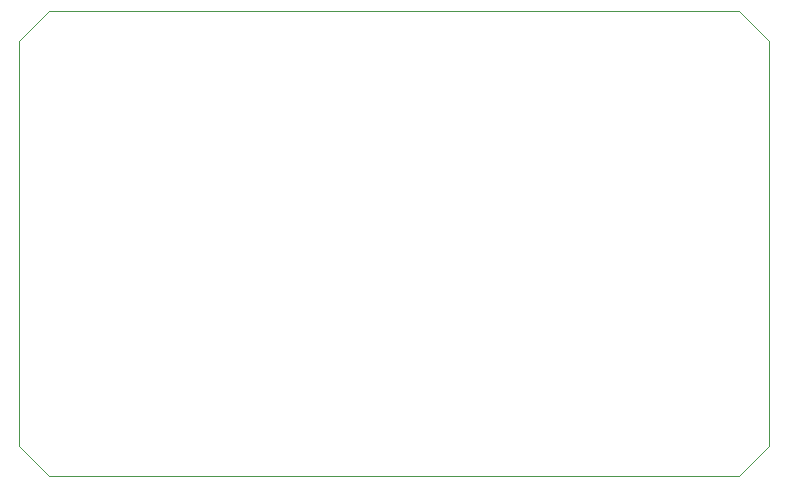
<source format=gm1>
G04*
G04 #@! TF.GenerationSoftware,Altium Limited,Altium Designer,20.1.8 (145)*
G04*
G04 Layer_Color=16711935*
%FSAX25Y25*%
%MOIN*%
G70*
G04*
G04 #@! TF.SameCoordinates,26FBE6AE-7016-430B-9DB3-2072F7DBF2B3*
G04*
G04*
G04 #@! TF.FilePolarity,Positive*
G04*
G01*
G75*
%ADD46C,0.00100*%
D46*
X0010000Y0155000D02*
X0240000D01*
X0000000Y0145000D02*
X0010000Y0155000D01*
X0000000Y0010000D02*
Y0145000D01*
Y0010000D02*
X0010000Y0000000D01*
X0240000D01*
X0250000Y0010000D01*
Y0145000D01*
X0240000Y0155000D02*
X0250000Y0145000D01*
M02*

</source>
